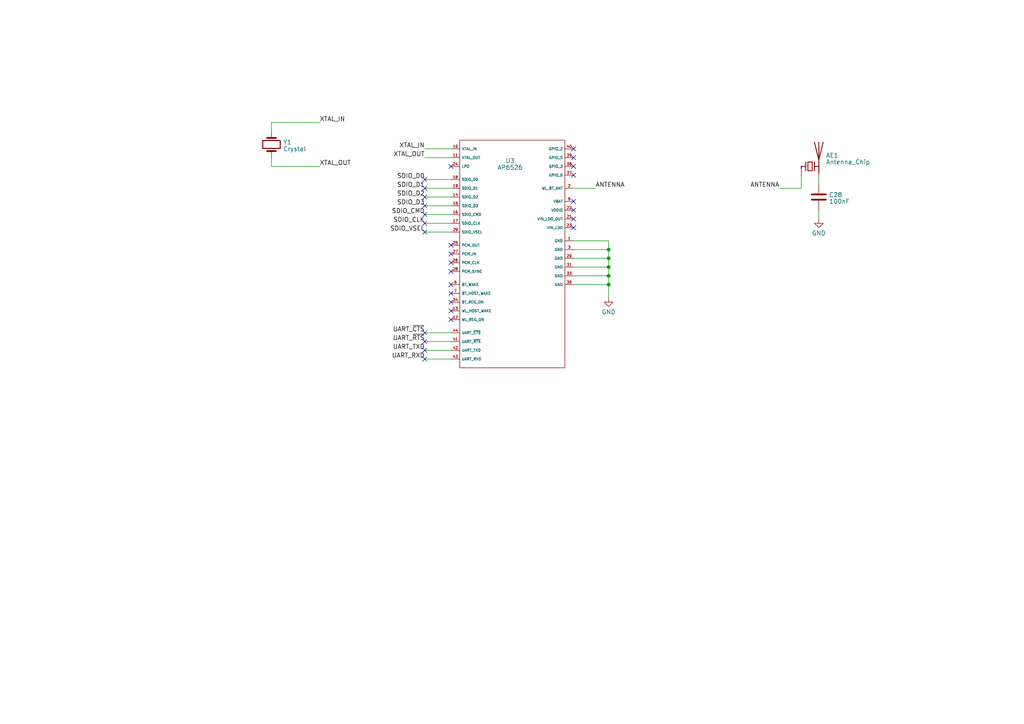
<source format=kicad_sch>
(kicad_sch (version 20230121) (generator eeschema)
  (paper "A4")
  (title_block (title "Leaf RV1126 RK809 WiFi") (date "2023-02-25") (rev "1") (company "Qingdao IotPi Information Technology"))
  (lib_symbols
    (symbol "Device:Antenna_Chip" (pin_numbers hide) (pin_names (offset 1.016) hide)
      (property "Reference" "AE" (at 0 5.08 0))
      (property "Value" "Antenna_Chip" (at 0 3.175 0))
      (symbol "Antenna_Chip_0_1"
        (polyline (pts (xy -2.54 0) (xy -2.54 -0.635)) (stroke (width 0.254)))
        (polyline (pts (xy -2.54 0) (xy -1.27 0)) (stroke (width 0.254)))
        (polyline (pts (xy 1.27 0) (xy 2.54 0)) (stroke (width 0.254)))
        (polyline (pts (xy 1.27 1.27) (xy 1.27 -1.27)) (stroke (width 0.254)))
        (polyline (pts (xy 2.54 -0.635) (xy 2.54 0)))
        (polyline (pts (xy 2.54 6.985) (xy 2.54 -1.905)) (stroke (width 0.254)))
        (polyline (pts (xy -1.27 1.27) (xy -1.27 -1.27) (xy -1.27 0)) (stroke (width 0.254)))
        (polyline (pts (xy 3.81 6.985) (xy 2.54 1.905) (xy 1.27 6.985)) (stroke (width 0.254)))
        (polyline (pts (xy -0.635 1.27) (xy 0.635 1.27) (xy 0.635 -1.27) (xy -0.635 -1.27) (xy -0.635 1.27)) (stroke (width 0.254)))
      )
      (symbol "Antenna_Chip_1_1"
        (pin input line (at -2.54 -2.54 90) (length 2.54) (name "FEED") (number "1"))
        (pin passive line (at 2.54 -2.54 90) (length 2.54) (name "PCB_Trace") (number "2"))
      )
    )
    (symbol "Device:C" (pin_numbers hide) (pin_names (offset 0.254))
      (property "Reference" "C" (at 0.635 2.54 0))
      (property "Value" "C" (at 0.635 -2.54 0))
      (symbol "C_0_1"
        (polyline (pts (xy -2.032 -0.762) (xy 2.032 -0.762)) (stroke (width 0.508)))
        (polyline (pts (xy -2.032 0.762) (xy 2.032 0.762)) (stroke (width 0.508)))
      )
      (symbol "C_1_1"
        (pin passive line (at 0 3.81 270) (length 2.794) (name "~") (number "1"))
        (pin passive line (at 0 -3.81 90) (length 2.794) (name "~") (number "2"))
      )
    )
    (symbol "Device:Crystal" (pin_numbers hide) (pin_names (offset 1.016) hide)
      (property "Reference" "Y" (at 0 3.81 0))
      (property "Value" "Crystal" (at 0 -3.81 0))
      (symbol "Crystal_0_1"
        (rectangle (start -1.143 2.54) (end 1.143 -2.54) (stroke (width 0.3048)))
        (polyline (pts (xy -2.54 0) (xy -1.905 0)))
        (polyline (pts (xy -1.905 -1.27) (xy -1.905 1.27)) (stroke (width 0.508)))
        (polyline (pts (xy 1.905 -1.27) (xy 1.905 1.27)) (stroke (width 0.508)))
        (polyline (pts (xy 2.54 0) (xy 1.905 0)))
      )
      (symbol "Crystal_1_1"
        (pin passive line (at -3.81 0 0) (length 1.27) (name "1") (number "1"))
        (pin passive line (at 3.81 0 180) (length 1.27) (name "2") (number "2"))
      )
    )
    (symbol "Leaf_RF_Wifi:AP6256"
      (property "Reference" "U" (at -11.43 35.56 0))
      (property "Value" "AP6526" (at 0.635 22.86 0))
      (symbol "AP6256_0_1"
        (rectangle (start -15.24 33.02) (end 15.24 -33.02))
      )
      (symbol "AP6256_1_1"
        (pin power_in line (at 17.78 3.81 180) (length 2.54) (name "GND") (number "1"))
        (pin input line (at -17.78 30.48 0) (length 2.54) (name "XTAL_IN") (number "10"))
        (pin output line (at -17.78 27.94 0) (length 2.54) (name "XTAL_OUT") (number "11"))
        (pin input line (at -17.78 -19.05 0) (length 2.54) (name "WL_REG_ON") (number "12"))
        (pin output line (at -17.78 -16.51 0) (length 2.54) (name "WL_HOST_WAKE") (number "13"))
        (pin bidirectional line (at -17.78 16.51 0) (length 2.54) (name "SDIO_D2") (number "14"))
        (pin bidirectional line (at -17.78 13.97 0) (length 2.54) (name "SDIO_D3") (number "15"))
        (pin input line (at -17.78 11.43 0) (length 2.54) (name "SDIO_CMD") (number "16"))
        (pin input line (at -17.78 8.89 0) (length 2.54) (name "SDIO_CLK") (number "17"))
        (pin bidirectional line (at -17.78 21.59 0) (length 2.54) (name "SDIO_D0") (number "18"))
        (pin bidirectional line (at -17.78 19.05 0) (length 2.54) (name "SDIO_D1") (number "19"))
        (pin bidirectional line (at 17.78 19.05 180) (length 2.54) (name "WL_BT_ANT") (number "2"))
        (pin power_in line (at 17.78 -1.27 180) (length 2.54) (name "GND") (number "20"))
        (pin power_out line (at 17.78 10.16 180) (length 2.54) (name "VIN_LDO_OUT") (number "21"))
        (pin power_in line (at 17.78 12.7 180) (length 2.54) (name "VDDIO") (number "22"))
        (pin power_in line (at 17.78 7.62 180) (length 2.54) (name "VIN_LDO") (number "23"))
        (pin input line (at -17.78 25.4 0) (length 2.54) (name "LPO") (number "24"))
        (pin output line (at -17.78 2.54 0) (length 2.54) (name "PCM_OUT") (number "25"))
        (pin output line (at -17.78 -2.54 0) (length 2.54) (name "PCM_CLK") (number "26"))
        (pin input line (at -17.78 0 0) (length 2.54) (name "PCM_IN") (number "27"))
        (pin bidirectional line (at -17.78 -5.08 0) (length 2.54) (name "PCM_SYNC") (number "28"))
        (pin input line (at -17.78 6.35 0) (length 2.54) (name "SDIO_VSEL") (number "29"))
        (pin power_in line (at 17.78 1.27 180) (length 2.54) (name "GND") (number "3"))
        (pin no_connect line (at 17.78 -20.32 180) (length 2.54) hide (name "NC") (number "30"))
        (pin power_in line (at 17.78 -3.81 180) (length 2.54) (name "GND") (number "31"))
        (pin no_connect line (at 17.78 -22.86 180) (length 2.54) hide (name "NC") (number "32"))
        (pin power_in line (at 17.78 -6.35 180) (length 2.54) (name "GND") (number "33"))
        (pin input line (at -17.78 -13.97 0) (length 2.54) (name "BT_REG_ON") (number "34"))
        (pin no_connect line (at 17.78 -25.4 180) (length 2.54) hide (name "NC") (number "35"))
        (pin power_in line (at 17.78 -8.89 180) (length 2.54) (name "GND") (number "36"))
        (pin bidirectional line (at 17.78 22.86 180) (length 2.54) (name "GPIO_6") (number "37"))
        (pin bidirectional line (at 17.78 25.4 180) (length 2.54) (name "GPIO_3") (number "38"))
        (pin bidirectional line (at 17.78 27.94 180) (length 2.54) (name "GPIO_5") (number "39"))
        (pin no_connect line (at 17.78 -12.7 180) (length 2.54) hide (name "NC") (number "4"))
        (pin bidirectional line (at 17.78 30.48 180) (length 2.54) (name "GPIO_2") (number "40"))
        (pin output line (at -17.78 -25.4 0) (length 2.54) (name "UART_~{RTS}") (number "41"))
        (pin output line (at -17.78 -27.94 0) (length 2.54) (name "UART_TXD") (number "42"))
        (pin input line (at -17.78 -30.48 0) (length 2.54) (name "UART_RXD") (number "43"))
        (pin input line (at -17.78 -22.86 0) (length 2.54) (name "UART_~{CTS}") (number "44"))
        (pin no_connect line (at 17.78 -15.24 180) (length 2.54) hide (name "NC") (number "5"))
        (pin input line (at -17.78 -8.89 0) (length 2.54) (name "BT_WAKE") (number "6"))
        (pin output line (at -17.78 -11.43 0) (length 2.54) (name "BT_HOST_WAKE") (number "7"))
        (pin no_connect line (at 17.78 -17.78 180) (length 2.54) hide (name "NC") (number "8"))
        (pin power_in line (at 17.78 15.24 180) (length 2.54) (name "VBAT") (number "9"))
      )
    )
    (symbol "power:GND" (power) (pin_names (offset 0))
      (property "Value" "GND" (at 0 -3.81 0))
      (symbol "GND_0_1"
        (polyline (pts (xy 0 0) (xy 0 -1.27) (xy 1.27 -1.27) (xy 0 -2.54) (xy -1.27 -1.27) (xy 0 -1.27)))
      )
      (symbol "GND_1_1"
        (pin power_in line (at 0 0 270) (length 0) hide (name "GND") (number "1"))
      )
    )
  )
  (junction (at 176.53 72.39))
  (junction (at 176.53 77.47))
  (junction (at 176.53 74.93))
  (junction (at 176.53 80.01))
  (junction (at 176.53 82.55))
  (no_connect (at 130.81 71.12))
  (no_connect (at 123.19 96.52))
  (no_connect (at 166.37 66.04))
  (no_connect (at 130.81 92.71))
  (no_connect (at 123.19 52.07))
  (no_connect (at 166.37 63.5))
  (no_connect (at 123.19 62.23))
  (no_connect (at 130.81 76.2))
  (no_connect (at 166.37 58.42))
  (no_connect (at 130.81 87.63))
  (no_connect (at 130.81 90.17))
  (no_connect (at 123.19 101.6))
  (no_connect (at 123.19 57.15))
  (no_connect (at 130.81 78.74))
  (no_connect (at 130.81 85.09))
  (no_connect (at 130.81 73.66))
  (no_connect (at 166.37 43.18))
  (no_connect (at 130.81 82.55))
  (no_connect (at 123.19 64.77))
  (no_connect (at 166.37 45.72))
  (no_connect (at 123.19 67.31))
  (no_connect (at 123.19 54.61))
  (no_connect (at 166.37 48.26))
  (no_connect (at 166.37 50.8))
  (no_connect (at 123.19 99.06))
  (no_connect (at 130.81 48.26))
  (no_connect (at 166.37 60.96))
  (no_connect (at 123.19 59.69))
  (no_connect (at 123.19 104.14))
  (wire (pts (xy 123.19 104.14) (xy 130.81 104.14)))
  (wire (pts (xy 123.19 54.61) (xy 130.81 54.61)))
  (wire (pts (xy 78.74 48.26) (xy 92.71 48.26)))
  (wire (pts (xy 123.19 57.15) (xy 130.81 57.15)))
  (wire (pts (xy 166.37 54.61) (xy 172.72 54.61)))
  (wire (pts (xy 166.37 74.93) (xy 176.53 74.93)))
  (wire (pts (xy 123.19 64.77) (xy 130.81 64.77)))
  (wire (pts (xy 78.74 48.26) (xy 78.74 45.72)))
  (wire (pts (xy 123.19 43.18) (xy 130.81 43.18)))
  (wire (pts (xy 176.53 69.85) (xy 176.53 72.39)))
  (wire (pts (xy 123.19 59.69) (xy 130.81 59.69)))
  (wire (pts (xy 166.37 77.47) (xy 176.53 77.47)))
  (wire (pts (xy 123.19 62.23) (xy 130.81 62.23)))
  (wire (pts (xy 176.53 72.39) (xy 176.53 74.93)))
  (wire (pts (xy 166.37 82.55) (xy 176.53 82.55)))
  (wire (pts (xy 166.37 80.01) (xy 176.53 80.01)))
  (wire (pts (xy 166.37 72.39) (xy 176.53 72.39)))
  (wire (pts (xy 237.49 50.8) (xy 237.49 53.34)))
  (wire (pts (xy 78.74 35.56) (xy 78.74 38.1)))
  (wire (pts (xy 123.19 99.06) (xy 130.81 99.06)))
  (wire (pts (xy 232.41 50.8) (xy 232.41 54.61)))
  (wire (pts (xy 78.74 35.56) (xy 92.71 35.56)))
  (wire (pts (xy 123.19 52.07) (xy 130.81 52.07)))
  (wire (pts (xy 232.41 54.61) (xy 226.06 54.61)))
  (wire (pts (xy 176.53 77.47) (xy 176.53 80.01)))
  (wire (pts (xy 123.19 45.72) (xy 130.81 45.72)))
  (wire (pts (xy 166.37 69.85) (xy 176.53 69.85)))
  (wire (pts (xy 237.49 60.96) (xy 237.49 63.5)))
  (wire (pts (xy 176.53 82.55) (xy 176.53 86.36)))
  (wire (pts (xy 123.19 67.31) (xy 130.81 67.31)))
  (wire (pts (xy 176.53 74.93) (xy 176.53 77.47)))
  (wire (pts (xy 123.19 101.6) (xy 130.81 101.6)))
  (wire (pts (xy 123.19 96.52) (xy 130.81 96.52)))
  (wire (pts (xy 176.53 80.01) (xy 176.53 82.55)))
  (label "SDIO_CLK" (at 123.19 64.77 180))
  (label "ANTENNA" (at 226.06 54.61 180))
  (label "UART_~{RTS}" (at 123.19 99.06 180))
  (label "SDIO_D1" (at 123.19 54.61 180))
  (label "SDIO_D2" (at 123.19 57.15 180))
  (label "XTAL_OUT" (at 92.71 48.26 0))
  (label "XTAL_IN" (at 92.71 35.56 0))
  (label "UART_RXD" (at 123.19 104.14 180))
  (label "UART_~{CTS}" (at 123.19 96.52 180))
  (label "SDIO_D3" (at 123.19 59.69 180))
  (label "UART_TXD" (at 123.19 101.6 180))
  (label "SDIO_VSEL" (at 123.19 67.31 180))
  (label "SDIO_CMD" (at 123.19 62.23 180))
  (label "SDIO_D0" (at 123.19 52.07 180))
  (label "XTAL_OUT" (at 123.19 45.72 180))
  (label "XTAL_IN" (at 123.19 43.18 180))
  (label "ANTENNA" (at 172.72 54.61 0))
  (symbol (lib_id "Device:Crystal") (at 78.74 41.91 90) (unit 1)
    (property "Reference" "Y1" (at 82.0674 41.2663 90) (effects (justify right)))
    (property "Value" "Crystal" (at 82.0674 43.1873 90) (effects (justify right)))
  )
  (symbol (lib_id "Leaf_RF_Wifi:AP6256") (at 148.59 73.66 0) (unit 1) (in_bom no) (on_board no)
    (property "Reference" "U3" (at 147.955 46.6471 0))
    (property "Value" "AP6526" (at 147.955 48.5681 0))
    (property "Footprint" "Leaf_RF_Module:QFN-44_12x12_Pitch0.9mm" (effects hide))
  )
  (symbol (lib_id "Device:Antenna_Chip") (at 234.95 48.26 0) (unit 1)
    (property "Reference" "AE1" (at 239.522 45.0763 0) (effects (justify left)))
    (property "Value" "Antenna_Chip" (at 239.522 46.9973 0) (effects (justify left)))
    (property "Footprint" "RF_Antenna:Johanson_2450AT18x100" (effects hide))
  )
  (symbol (lib_id "power:GND") (at 237.49 63.5 0) (unit 1)
    (property "Reference" "#PWR044" (effects hide))
    (property "Value" "GND" (at 237.49 67.6355 0))
  )
  (symbol (lib_id "Device:C") (at 237.49 57.15 0) (unit 1)
    (property "Reference" "C28" (at 240.411 56.5063 0) (effects (justify left)))
    (property "Value" "100nF" (at 240.411 58.4273 0) (effects (justify left)))
    (property "Footprint" "Capacitor_SMD:C_0201_0603Metric" (effects hide))
  )
  (symbol (lib_id "power:GND") (at 176.53 86.36 0) (unit 1)
    (property "Reference" "#PWR043" (effects hide))
    (property "Value" "GND" (at 176.53 90.4955 0))
  )
)
</source>
